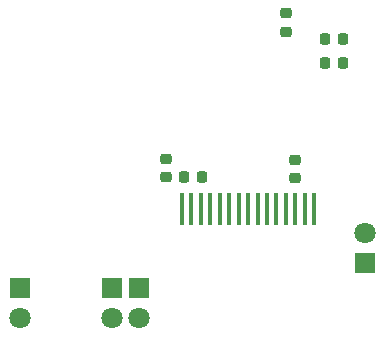
<source format=gbp>
G04 #@! TF.GenerationSoftware,KiCad,Pcbnew,8.0.2*
G04 #@! TF.CreationDate,2024-06-16T15:54:46+08:00*
G04 #@! TF.ProjectId,PerpetualClock,50657270-6574-4756-916c-436c6f636b2e,rev?*
G04 #@! TF.SameCoordinates,Original*
G04 #@! TF.FileFunction,Paste,Bot*
G04 #@! TF.FilePolarity,Positive*
%FSLAX46Y46*%
G04 Gerber Fmt 4.6, Leading zero omitted, Abs format (unit mm)*
G04 Created by KiCad (PCBNEW 8.0.2) date 2024-06-16 15:54:46*
%MOMM*%
%LPD*%
G01*
G04 APERTURE LIST*
G04 Aperture macros list*
%AMRoundRect*
0 Rectangle with rounded corners*
0 $1 Rounding radius*
0 $2 $3 $4 $5 $6 $7 $8 $9 X,Y pos of 4 corners*
0 Add a 4 corners polygon primitive as box body*
4,1,4,$2,$3,$4,$5,$6,$7,$8,$9,$2,$3,0*
0 Add four circle primitives for the rounded corners*
1,1,$1+$1,$2,$3*
1,1,$1+$1,$4,$5*
1,1,$1+$1,$6,$7*
1,1,$1+$1,$8,$9*
0 Add four rect primitives between the rounded corners*
20,1,$1+$1,$2,$3,$4,$5,0*
20,1,$1+$1,$4,$5,$6,$7,0*
20,1,$1+$1,$6,$7,$8,$9,0*
20,1,$1+$1,$8,$9,$2,$3,0*%
G04 Aperture macros list end*
%ADD10R,0.400000X2.800000*%
%ADD11R,1.800000X1.800000*%
%ADD12C,1.800000*%
%ADD13RoundRect,0.225000X0.225000X0.250000X-0.225000X0.250000X-0.225000X-0.250000X0.225000X-0.250000X0*%
%ADD14RoundRect,0.225000X0.250000X-0.225000X0.250000X0.225000X-0.250000X0.225000X-0.250000X-0.225000X0*%
%ADD15RoundRect,0.225000X-0.250000X0.225000X-0.250000X-0.225000X0.250000X-0.225000X0.250000X0.225000X0*%
G04 APERTURE END LIST*
D10*
X153406500Y-57553500D03*
X152606500Y-57553500D03*
X151806500Y-57553500D03*
X151006500Y-57553500D03*
X150206500Y-57553500D03*
X149406500Y-57553500D03*
X148606500Y-57553500D03*
X147806500Y-57553500D03*
X147006500Y-57553500D03*
X146206500Y-57553500D03*
X145406500Y-57553500D03*
X144606500Y-57553500D03*
X143806500Y-57553500D03*
X143006500Y-57553500D03*
X142206500Y-57553500D03*
D11*
X138587000Y-64280000D03*
D12*
X138587000Y-66820000D03*
X128480000Y-66790000D03*
D11*
X128480000Y-64250000D03*
X136297000Y-64280000D03*
D12*
X136297000Y-66820000D03*
D11*
X157743000Y-62120000D03*
D12*
X157743000Y-59580000D03*
D13*
X155855000Y-45180000D03*
X154305000Y-45180000D03*
D14*
X151820000Y-54945000D03*
X151820000Y-53395000D03*
D15*
X151040000Y-40995000D03*
X151040000Y-42545000D03*
D13*
X143925000Y-54820000D03*
X142375000Y-54820000D03*
D14*
X140860000Y-54845000D03*
X140860000Y-53295000D03*
D13*
X155855000Y-43130000D03*
X154305000Y-43130000D03*
M02*

</source>
